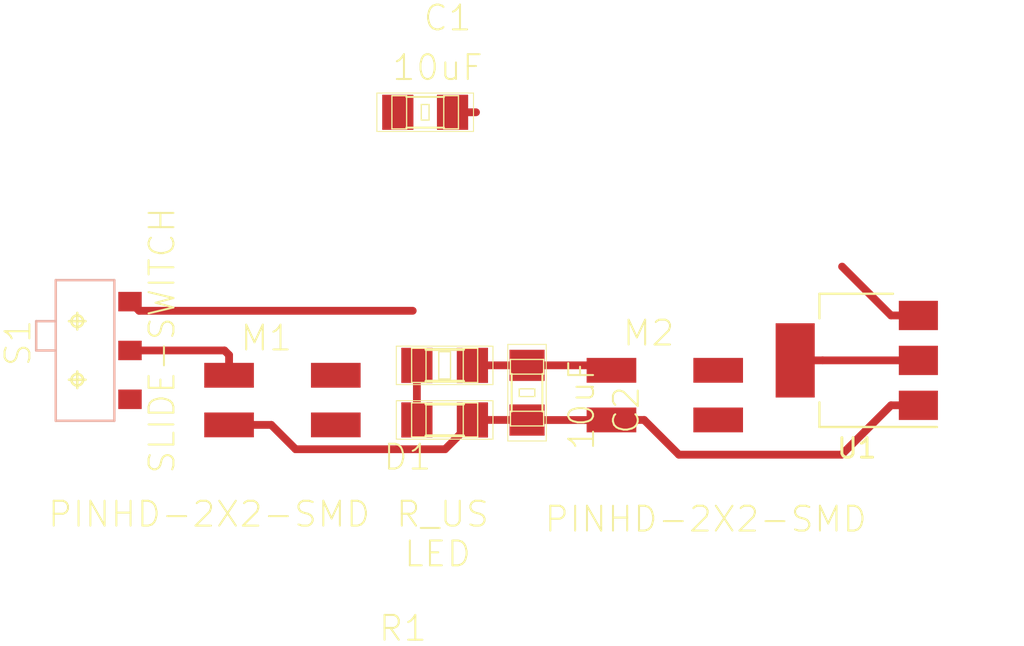
<source format=kicad_pcb>
(kicad_pcb (version 20171130) (host pcbnew 5.0.1-33cea8e~68~ubuntu16.04.1)

  (general
    (thickness 1.6)
    (drawings 0)
    (tracks 33)
    (zones 0)
    (modules 8)
    (nets 12)
  )

  (page A4)
  (layers
    (0 F.Cu signal)
    (31 B.Cu signal)
    (32 B.Adhes user)
    (33 F.Adhes user)
    (34 B.Paste user)
    (35 F.Paste user)
    (36 B.SilkS user)
    (37 F.SilkS user)
    (38 B.Mask user)
    (39 F.Mask user)
    (40 Dwgs.User user)
    (41 Cmts.User user)
    (42 Eco1.User user)
    (43 Eco2.User user)
    (44 Edge.Cuts user)
    (45 Margin user)
    (46 B.CrtYd user)
    (47 F.CrtYd user)
    (48 B.Fab user)
    (49 F.Fab user)
  )

  (setup
    (last_trace_width 0.4)
    (trace_clearance 0.4)
    (zone_clearance 0.508)
    (zone_45_only no)
    (trace_min 0.2)
    (segment_width 0.2)
    (edge_width 0.15)
    (via_size 0.8)
    (via_drill 0.4)
    (via_min_size 0.4)
    (via_min_drill 0.3)
    (uvia_size 0.3)
    (uvia_drill 0.1)
    (uvias_allowed no)
    (uvia_min_size 0.2)
    (uvia_min_drill 0.1)
    (pcb_text_width 0.3)
    (pcb_text_size 1.5 1.5)
    (mod_edge_width 0.15)
    (mod_text_size 1 1)
    (mod_text_width 0.15)
    (pad_size 1.524 1.524)
    (pad_drill 0.762)
    (pad_to_mask_clearance 0.051)
    (solder_mask_min_width 0.25)
    (aux_axis_origin 0 0)
    (visible_elements FFFFFF7F)
    (pcbplotparams
      (layerselection 0x010fc_ffffffff)
      (usegerberextensions false)
      (usegerberattributes false)
      (usegerberadvancedattributes false)
      (creategerberjobfile false)
      (excludeedgelayer true)
      (linewidth 0.100000)
      (plotframeref false)
      (viasonmask false)
      (mode 1)
      (useauxorigin false)
      (hpglpennumber 1)
      (hpglpenspeed 20)
      (hpglpendiameter 15.000000)
      (psnegative false)
      (psa4output false)
      (plotreference true)
      (plotvalue true)
      (plotinvisibletext false)
      (padsonsilk false)
      (subtractmaskfromsilk false)
      (outputformat 1)
      (mirror false)
      (drillshape 1)
      (scaleselection 1)
      (outputdirectory ""))
  )

  (net 0 "")
  (net 1 +5V)
  (net 2 Earth)
  (net 3 "Net-(M2-Pad4)")
  (net 4 "Net-(M2-Pad2)")
  (net 5 "Net-(M1-Pad2)")
  (net 6 "Net-(M1-Pad4)")
  (net 7 /REGULATED)
  (net 8 "Net-(D1-Pad2)")
  (net 9 "Net-(S1-Pad3)")
  (net 10 "Net-(C1-Pad1)")
  (net 11 "Net-(S1-Pad2)")

  (net_class Default "This is the default net class."
    (clearance 0.4)
    (trace_width 0.4)
    (via_dia 0.8)
    (via_drill 0.4)
    (uvia_dia 0.3)
    (uvia_drill 0.1)
    (diff_pair_gap 0.25)
    (diff_pair_width 0.4)
    (add_net +5V)
    (add_net /REGULATED)
    (add_net Earth)
    (add_net "Net-(C1-Pad1)")
    (add_net "Net-(D1-Pad2)")
    (add_net "Net-(M1-Pad2)")
    (add_net "Net-(M1-Pad4)")
    (add_net "Net-(M2-Pad2)")
    (add_net "Net-(M2-Pad4)")
    (add_net "Net-(S1-Pad2)")
    (add_net "Net-(S1-Pad3)")
  )

  (module fab:fab-2X02SMD (layer F.Cu) (tedit 200000) (tstamp 5C197BB9)
    (at 210.82 155.194)
    (path /5C0D505B)
    (attr smd)
    (fp_text reference M1 (at -0.635 -3.175) (layer F.SilkS)
      (effects (font (size 1.27 1.27) (thickness 0.1016)))
    )
    (fp_text value PINHD-2X2-SMD (at -3.556 5.842) (layer F.SilkS)
      (effects (font (size 1.27 1.27) (thickness 0.1016)))
    )
    (pad 1 smd rect (at -2.54 -1.27) (size 2.54 1.27) (layers F.Cu F.Paste F.Mask)
      (net 1 +5V))
    (pad 2 smd rect (at 2.91846 -1.27) (size 2.54 1.27) (layers F.Cu F.Paste F.Mask)
      (net 5 "Net-(M1-Pad2)"))
    (pad 3 smd rect (at -2.54 1.27) (size 2.54 1.27) (layers F.Cu F.Paste F.Mask)
      (net 2 Earth))
    (pad 4 smd rect (at 2.91846 1.27) (size 2.54 1.27) (layers F.Cu F.Paste F.Mask)
      (net 6 "Net-(M1-Pad4)"))
  )

  (module fab:fab-2X02SMD (layer F.Cu) (tedit 5C1744C3) (tstamp 5C197BC1)
    (at 230.378 154.94)
    (path /5C0D50D3)
    (attr smd)
    (fp_text reference M2 (at -0.635 -3.175) (layer F.SilkS)
      (effects (font (size 1.27 1.27) (thickness 0.1016)))
    )
    (fp_text value PINHD-2X2-SMD (at 2.286 6.35) (layer F.SilkS)
      (effects (font (size 1.27 1.27) (thickness 0.1016)))
    )
    (pad 4 smd rect (at 2.91846 1.27) (size 2.54 1.27) (layers F.Cu F.Paste F.Mask)
      (net 3 "Net-(M2-Pad4)"))
    (pad 3 smd rect (at -2.54 1.27) (size 2.54 1.27) (layers F.Cu F.Paste F.Mask)
      (net 2 Earth))
    (pad 2 smd rect (at 2.91846 -1.27) (size 2.54 1.27) (layers F.Cu F.Paste F.Mask)
      (net 4 "Net-(M2-Pad2)"))
    (pad 1 smd rect (at -2.54 -1.27) (size 2.54 1.27) (layers F.Cu F.Paste F.Mask)
      (net 7 /REGULATED))
  )

  (module fab:fab-LED1206 (layer F.Cu) (tedit 200000) (tstamp 5C1AF18D)
    (at 219.30614 156.21 180)
    (descr "LED 1206 PADS (STANDARD PATTERN)")
    (tags "LED 1206 PADS (STANDARD PATTERN)")
    (path /5C0EAB04)
    (attr smd)
    (fp_text reference D1 (at 1.905 -1.905 180) (layer F.SilkS)
      (effects (font (size 1.27 1.27) (thickness 0.1016)))
    )
    (fp_text value LED (at 0.35814 -6.858 180) (layer F.SilkS)
      (effects (font (size 1.27 1.27) (thickness 0.1016)))
    )
    (fp_line (start -1.6891 0.8763) (end -0.9525 0.8763) (layer F.SilkS) (width 0.06604))
    (fp_line (start -0.9525 0.8763) (end -0.9525 -0.8763) (layer F.SilkS) (width 0.06604))
    (fp_line (start -1.6891 -0.8763) (end -0.9525 -0.8763) (layer F.SilkS) (width 0.06604))
    (fp_line (start -1.6891 0.8763) (end -1.6891 -0.8763) (layer F.SilkS) (width 0.06604))
    (fp_line (start 0.9525 0.8763) (end 1.6891 0.8763) (layer F.SilkS) (width 0.06604))
    (fp_line (start 1.6891 0.8763) (end 1.6891 -0.8763) (layer F.SilkS) (width 0.06604))
    (fp_line (start 0.9525 -0.8763) (end 1.6891 -0.8763) (layer F.SilkS) (width 0.06604))
    (fp_line (start 0.9525 0.8763) (end 0.9525 -0.8763) (layer F.SilkS) (width 0.06604))
    (fp_line (start 0.9525 0.8128) (end -0.9652 0.8128) (layer F.SilkS) (width 0.1524))
    (fp_line (start 0.9525 -0.8128) (end -0.9652 -0.8128) (layer F.SilkS) (width 0.1524))
    (fp_line (start -2.47142 -0.98298) (end 2.47142 -0.98298) (layer F.SilkS) (width 0.0508))
    (fp_line (start 2.47142 -0.98298) (end 2.47142 0.98298) (layer F.SilkS) (width 0.0508))
    (fp_line (start 2.47142 0.98298) (end -2.47142 0.98298) (layer F.SilkS) (width 0.0508))
    (fp_line (start -2.47142 0.98298) (end -2.47142 -0.98298) (layer F.SilkS) (width 0.0508))
    (pad 1 smd rect (at -1.41986 0 180) (size 1.59766 1.80086) (layers F.Cu F.Paste F.Mask)
      (net 2 Earth))
    (pad 2 smd rect (at 1.41986 0 180) (size 1.59766 1.80086) (layers F.Cu F.Paste F.Mask)
      (net 8 "Net-(D1-Pad2)"))
  )

  (module fab:fab-R1206 (layer F.Cu) (tedit 200000) (tstamp 5C1AF1A5)
    (at 219.30614 153.416 180)
    (descr RESISTOR)
    (tags RESISTOR)
    (path /5C0EAC2F)
    (attr smd)
    (fp_text reference R1 (at 2.13614 -13.462 180) (layer F.SilkS)
      (effects (font (size 1.27 1.27) (thickness 0.1016)))
    )
    (fp_text value R_US (at 0.10414 -7.62 180) (layer F.SilkS)
      (effects (font (size 1.27 1.27) (thickness 0.1016)))
    )
    (fp_line (start -1.6891 0.8763) (end -0.9525 0.8763) (layer F.SilkS) (width 0.06604))
    (fp_line (start -0.9525 0.8763) (end -0.9525 -0.8763) (layer F.SilkS) (width 0.06604))
    (fp_line (start -1.6891 -0.8763) (end -0.9525 -0.8763) (layer F.SilkS) (width 0.06604))
    (fp_line (start -1.6891 0.8763) (end -1.6891 -0.8763) (layer F.SilkS) (width 0.06604))
    (fp_line (start 0.9525 0.8763) (end 1.6891 0.8763) (layer F.SilkS) (width 0.06604))
    (fp_line (start 1.6891 0.8763) (end 1.6891 -0.8763) (layer F.SilkS) (width 0.06604))
    (fp_line (start 0.9525 -0.8763) (end 1.6891 -0.8763) (layer F.SilkS) (width 0.06604))
    (fp_line (start 0.9525 0.8763) (end 0.9525 -0.8763) (layer F.SilkS) (width 0.06604))
    (fp_line (start -0.29972 0.6985) (end 0.29972 0.6985) (layer F.SilkS) (width 0.06604))
    (fp_line (start 0.29972 0.6985) (end 0.29972 -0.6985) (layer F.SilkS) (width 0.06604))
    (fp_line (start -0.29972 -0.6985) (end 0.29972 -0.6985) (layer F.SilkS) (width 0.06604))
    (fp_line (start -0.29972 0.6985) (end -0.29972 -0.6985) (layer F.SilkS) (width 0.06604))
    (fp_line (start 0.9525 0.8128) (end -0.9652 0.8128) (layer F.SilkS) (width 0.1524))
    (fp_line (start 0.9525 -0.8128) (end -0.9652 -0.8128) (layer F.SilkS) (width 0.1524))
    (fp_line (start -2.47142 -0.98298) (end 2.47142 -0.98298) (layer F.SilkS) (width 0.0508))
    (fp_line (start 2.47142 -0.98298) (end 2.47142 0.98298) (layer F.SilkS) (width 0.0508))
    (fp_line (start 2.47142 0.98298) (end -2.47142 0.98298) (layer F.SilkS) (width 0.0508))
    (fp_line (start -2.47142 0.98298) (end -2.47142 -0.98298) (layer F.SilkS) (width 0.0508))
    (pad 1 smd rect (at -1.41986 0 180) (size 1.59766 1.80086) (layers F.Cu F.Paste F.Mask)
      (net 7 /REGULATED))
    (pad 2 smd rect (at 1.41986 0 180) (size 1.59766 1.80086) (layers F.Cu F.Paste F.Mask)
      (net 8 "Net-(D1-Pad2)"))
  )

  (module fab:fab-AYZ0102AGRLC (layer F.Cu) (tedit 5C17221C) (tstamp 5C1AF1BB)
    (at 200.914 152.654 90)
    (path /5C0EA66B)
    (attr smd)
    (fp_text reference S1 (at 0.381 -3.429 90) (layer F.SilkS)
      (effects (font (size 1.27 1.27) (thickness 0.1016)))
    )
    (fp_text value SLIDE-SWITCH (at 0.508 3.937 90) (layer F.SilkS)
      (effects (font (size 1.27 1.27) (thickness 0.1016)))
    )
    (fp_line (start -3.59918 1.4986) (end 3.59918 1.4986) (layer B.SilkS) (width 0.127))
    (fp_line (start 3.59918 1.4986) (end 3.59918 -1.4986) (layer B.SilkS) (width 0.127))
    (fp_line (start 3.59918 -1.4986) (end 1.4986 -1.4986) (layer B.SilkS) (width 0.127))
    (fp_line (start 1.4986 -1.4986) (end -1.4986 -1.4986) (layer B.SilkS) (width 0.127))
    (fp_line (start -1.4986 -1.4986) (end -3.59918 -1.4986) (layer B.SilkS) (width 0.127))
    (fp_line (start -3.59918 -1.4986) (end -3.59918 1.4986) (layer B.SilkS) (width 0.127))
    (fp_line (start 0 -1.59766) (end 0 -2.49936) (layer B.SilkS) (width 0.127))
    (fp_line (start 0 -2.49936) (end 1.4986 -2.49936) (layer B.SilkS) (width 0.127))
    (fp_line (start 1.4986 -2.49936) (end 1.4986 -1.4986) (layer B.SilkS) (width 0.127))
    (fp_circle (center -1.4986 -0.39878) (end -1.70942 -0.6096) (layer F.SilkS) (width 0.127))
    (fp_line (start -1.92278 -0.39878) (end -1.07442 -0.39878) (layer F.SilkS) (width 0.127))
    (fp_line (start -1.4986 0.02286) (end -1.4986 -0.82296) (layer F.SilkS) (width 0.127))
    (fp_circle (center 1.4986 -0.39878) (end 1.70942 -0.6096) (layer F.SilkS) (width 0.127))
    (fp_line (start 1.07442 -0.39878) (end 1.92278 -0.39878) (layer F.SilkS) (width 0.127))
    (fp_line (start 1.4986 0.02286) (end 1.4986 -0.82296) (layer F.SilkS) (width 0.127))
    (pad 1 smd rect (at 2.49936 2.2987 90) (size 0.99822 1.19888) (layers F.Cu F.Paste F.Mask)
      (net 10 "Net-(C1-Pad1)"))
    (pad 2 smd rect (at 0 2.2987 90) (size 0.99822 1.19888) (layers F.Cu F.Paste F.Mask)
      (net 11 "Net-(S1-Pad2)"))
    (pad 3 smd rect (at -2.49936 2.2987 90) (size 0.99822 1.19888) (layers F.Cu F.Paste F.Mask)
      (net 9 "Net-(S1-Pad3)"))
  )

  (module fab:fab-C1206 (layer F.Cu) (tedit 200000) (tstamp 5C23B5B0)
    (at 218.31046 140.462)
    (descr CAPACITOR)
    (tags CAPACITOR)
    (path /5C172104)
    (attr smd)
    (fp_text reference C1 (at 1.14554 -4.826) (layer F.SilkS)
      (effects (font (size 1.27 1.27) (thickness 0.1016)))
    )
    (fp_text value 10uF (at 0.63754 -2.286) (layer F.SilkS)
      (effects (font (size 1.27 1.27) (thickness 0.1016)))
    )
    (fp_line (start -1.7018 0.8509) (end -0.94996 0.8509) (layer F.SilkS) (width 0.06604))
    (fp_line (start -0.94996 0.8509) (end -0.94996 -0.84836) (layer F.SilkS) (width 0.06604))
    (fp_line (start -1.7018 -0.84836) (end -0.94996 -0.84836) (layer F.SilkS) (width 0.06604))
    (fp_line (start -1.7018 0.8509) (end -1.7018 -0.84836) (layer F.SilkS) (width 0.06604))
    (fp_line (start 0.94996 0.84836) (end 1.7018 0.84836) (layer F.SilkS) (width 0.06604))
    (fp_line (start 1.7018 0.84836) (end 1.7018 -0.8509) (layer F.SilkS) (width 0.06604))
    (fp_line (start 0.94996 -0.8509) (end 1.7018 -0.8509) (layer F.SilkS) (width 0.06604))
    (fp_line (start 0.94996 0.84836) (end 0.94996 -0.8509) (layer F.SilkS) (width 0.06604))
    (fp_line (start -0.19812 0.39878) (end 0.19812 0.39878) (layer F.SilkS) (width 0.06604))
    (fp_line (start 0.19812 0.39878) (end 0.19812 -0.39878) (layer F.SilkS) (width 0.06604))
    (fp_line (start -0.19812 -0.39878) (end 0.19812 -0.39878) (layer F.SilkS) (width 0.06604))
    (fp_line (start -0.19812 0.39878) (end -0.19812 -0.39878) (layer F.SilkS) (width 0.06604))
    (fp_line (start -2.47142 -0.98298) (end 2.47142 -0.98298) (layer F.SilkS) (width 0.0508))
    (fp_line (start 2.47142 0.98298) (end -2.47142 0.98298) (layer F.SilkS) (width 0.0508))
    (fp_line (start -2.47142 0.98298) (end -2.47142 -0.98298) (layer F.SilkS) (width 0.0508))
    (fp_line (start 2.47142 -0.98298) (end 2.47142 0.98298) (layer F.SilkS) (width 0.0508))
    (fp_line (start -0.96266 -0.78486) (end 0.96266 -0.78486) (layer F.SilkS) (width 0.1016))
    (fp_line (start -0.96266 0.78486) (end 0.96266 0.78486) (layer F.SilkS) (width 0.1016))
    (pad 1 smd rect (at -1.39954 0) (size 1.59766 1.79832) (layers F.Cu F.Paste F.Mask)
      (net 10 "Net-(C1-Pad1)"))
    (pad 2 smd rect (at 1.39954 0) (size 1.59766 1.79832) (layers F.Cu F.Paste F.Mask)
      (net 2 Earth))
  )

  (module fab:fab-C1206 (layer F.Cu) (tedit 200000) (tstamp 5C23B5C8)
    (at 223.52 154.81554 270)
    (descr CAPACITOR)
    (tags CAPACITOR)
    (path /5C172915)
    (attr smd)
    (fp_text reference C2 (at 0.89154 -5.08 270) (layer F.SilkS)
      (effects (font (size 1.27 1.27) (thickness 0.1016)))
    )
    (fp_text value 10uF (at 0.63754 -2.794 270) (layer F.SilkS)
      (effects (font (size 1.27 1.27) (thickness 0.1016)))
    )
    (fp_line (start -0.96266 0.78486) (end 0.96266 0.78486) (layer F.SilkS) (width 0.1016))
    (fp_line (start -0.96266 -0.78486) (end 0.96266 -0.78486) (layer F.SilkS) (width 0.1016))
    (fp_line (start 2.47142 -0.98298) (end 2.47142 0.98298) (layer F.SilkS) (width 0.0508))
    (fp_line (start -2.47142 0.98298) (end -2.47142 -0.98298) (layer F.SilkS) (width 0.0508))
    (fp_line (start 2.47142 0.98298) (end -2.47142 0.98298) (layer F.SilkS) (width 0.0508))
    (fp_line (start -2.47142 -0.98298) (end 2.47142 -0.98298) (layer F.SilkS) (width 0.0508))
    (fp_line (start -0.19812 0.39878) (end -0.19812 -0.39878) (layer F.SilkS) (width 0.06604))
    (fp_line (start -0.19812 -0.39878) (end 0.19812 -0.39878) (layer F.SilkS) (width 0.06604))
    (fp_line (start 0.19812 0.39878) (end 0.19812 -0.39878) (layer F.SilkS) (width 0.06604))
    (fp_line (start -0.19812 0.39878) (end 0.19812 0.39878) (layer F.SilkS) (width 0.06604))
    (fp_line (start 0.94996 0.84836) (end 0.94996 -0.8509) (layer F.SilkS) (width 0.06604))
    (fp_line (start 0.94996 -0.8509) (end 1.7018 -0.8509) (layer F.SilkS) (width 0.06604))
    (fp_line (start 1.7018 0.84836) (end 1.7018 -0.8509) (layer F.SilkS) (width 0.06604))
    (fp_line (start 0.94996 0.84836) (end 1.7018 0.84836) (layer F.SilkS) (width 0.06604))
    (fp_line (start -1.7018 0.8509) (end -1.7018 -0.84836) (layer F.SilkS) (width 0.06604))
    (fp_line (start -1.7018 -0.84836) (end -0.94996 -0.84836) (layer F.SilkS) (width 0.06604))
    (fp_line (start -0.94996 0.8509) (end -0.94996 -0.84836) (layer F.SilkS) (width 0.06604))
    (fp_line (start -1.7018 0.8509) (end -0.94996 0.8509) (layer F.SilkS) (width 0.06604))
    (pad 2 smd rect (at 1.39954 0 270) (size 1.59766 1.79832) (layers F.Cu F.Paste F.Mask)
      (net 2 Earth))
    (pad 1 smd rect (at -1.39954 0 270) (size 1.59766 1.79832) (layers F.Cu F.Paste F.Mask)
      (net 7 /REGULATED))
  )

  (module Package_TO_SOT_SMD:SOT-223-3_TabPin2 (layer F.Cu) (tedit 5A02FF57) (tstamp 5C23B5DE)
    (at 240.386 153.162 180)
    (descr "module CMS SOT223 4 pins")
    (tags "CMS SOT")
    (path /5C1723D9)
    (attr smd)
    (fp_text reference U1 (at 0 -4.5 180) (layer F.SilkS)
      (effects (font (size 1 1) (thickness 0.15)))
    )
    (fp_text value NCP1117-5.0_SOT223 (at 0 4.5 180) (layer F.Fab)
      (effects (font (size 1 1) (thickness 0.15)))
    )
    (fp_text user %R (at 0 0 270) (layer F.Fab)
      (effects (font (size 0.8 0.8) (thickness 0.12)))
    )
    (fp_line (start 1.91 3.41) (end 1.91 2.15) (layer F.SilkS) (width 0.12))
    (fp_line (start 1.91 -3.41) (end 1.91 -2.15) (layer F.SilkS) (width 0.12))
    (fp_line (start 4.4 -3.6) (end -4.4 -3.6) (layer F.CrtYd) (width 0.05))
    (fp_line (start 4.4 3.6) (end 4.4 -3.6) (layer F.CrtYd) (width 0.05))
    (fp_line (start -4.4 3.6) (end 4.4 3.6) (layer F.CrtYd) (width 0.05))
    (fp_line (start -4.4 -3.6) (end -4.4 3.6) (layer F.CrtYd) (width 0.05))
    (fp_line (start -1.85 -2.35) (end -0.85 -3.35) (layer F.Fab) (width 0.1))
    (fp_line (start -1.85 -2.35) (end -1.85 3.35) (layer F.Fab) (width 0.1))
    (fp_line (start -1.85 3.41) (end 1.91 3.41) (layer F.SilkS) (width 0.12))
    (fp_line (start -0.85 -3.35) (end 1.85 -3.35) (layer F.Fab) (width 0.1))
    (fp_line (start -4.1 -3.41) (end 1.91 -3.41) (layer F.SilkS) (width 0.12))
    (fp_line (start -1.85 3.35) (end 1.85 3.35) (layer F.Fab) (width 0.1))
    (fp_line (start 1.85 -3.35) (end 1.85 3.35) (layer F.Fab) (width 0.1))
    (pad 2 smd rect (at 3.15 0 180) (size 2 3.8) (layers F.Cu F.Paste F.Mask)
      (net 7 /REGULATED))
    (pad 2 smd rect (at -3.15 0 180) (size 2 1.5) (layers F.Cu F.Paste F.Mask)
      (net 7 /REGULATED))
    (pad 3 smd rect (at -3.15 2.3 180) (size 2 1.5) (layers F.Cu F.Paste F.Mask)
      (net 10 "Net-(C1-Pad1)"))
    (pad 1 smd rect (at -3.15 -2.3 180) (size 2 1.5) (layers F.Cu F.Paste F.Mask)
      (net 2 Earth))
    (model ${KISYS3DMOD}/Package_TO_SOT_SMD.3dshapes/SOT-223.wrl
      (at (xyz 0 0 0))
      (scale (xyz 1 1 1))
      (rotate (xyz 0 0 0))
    )
  )

  (segment (start 203.4667 152.4) (end 203.2127 152.654) (width 0.4) (layer F.Cu) (net 1))
  (segment (start 208.28 152.889) (end 208.28 153.924) (width 0.4) (layer F.Cu) (net 1))
  (segment (start 208.045 152.654) (end 208.28 152.889) (width 0.4) (layer F.Cu) (net 1))
  (segment (start 203.2127 152.654) (end 208.045 152.654) (width 0.4) (layer F.Cu) (net 1))
  (segment (start 220.726 156.3116) (end 220.726 156.21) (width 0.4) (layer F.Cu) (net 2))
  (segment (start 219.327169 157.710431) (end 220.726 156.3116) (width 0.4) (layer F.Cu) (net 2))
  (segment (start 211.685431 157.710431) (end 219.327169 157.710431) (width 0.4) (layer F.Cu) (net 2))
  (segment (start 210.439 156.464) (end 208.28 156.464) (width 0.4) (layer F.Cu) (net 2))
  (segment (start 211.685431 157.710431) (end 210.439 156.464) (width 0.4) (layer F.Cu) (net 2))
  (segment (start 229.508 156.21) (end 227.838 156.21) (width 0.4) (layer F.Cu) (net 2))
  (segment (start 243.536 155.462) (end 242.136 155.462) (width 0.4) (layer F.Cu) (net 2))
  (segment (start 242.136 155.462) (end 239.61 157.988) (width 0.4) (layer F.Cu) (net 2))
  (segment (start 239.61 157.988) (end 231.286 157.988) (width 0.4) (layer F.Cu) (net 2))
  (segment (start 231.286 157.988) (end 229.508 156.21) (width 0.4) (layer F.Cu) (net 2))
  (segment (start 227.838 153.67) (end 228.473 153.67) (width 0.4) (layer F.Cu) (net 7))
  (segment (start 217.88628 156.21) (end 217.88628 153.416) (width 0.4) (layer F.Cu) (net 8))
  (segment (start 203.31303 150.15464) (end 203.2127 150.15464) (width 0.4) (layer F.Cu) (net 10))
  (segment (start 203.68006 150.622) (end 203.2127 150.15464) (width 0.4) (layer F.Cu) (net 10))
  (segment (start 217.67292 150.622) (end 203.68006 150.622) (width 0.4) (layer F.Cu) (net 10))
  (segment (start 239.634839 148.360839) (end 242.136 150.862) (width 0.4) (layer F.Cu) (net 10))
  (segment (start 242.136 150.862) (end 243.536 150.862) (width 0.4) (layer F.Cu) (net 10))
  (segment (start 219.71 140.462) (end 220.90883 140.462) (width 0.4) (layer F.Cu) (net 2))
  (segment (start 223.51492 156.21) (end 223.52 156.21508) (width 0.4) (layer F.Cu) (net 2))
  (segment (start 220.726 156.21) (end 223.51492 156.21) (width 0.4) (layer F.Cu) (net 2))
  (segment (start 227.83292 156.21508) (end 227.838 156.21) (width 0.4) (layer F.Cu) (net 2))
  (segment (start 223.52 156.21508) (end 227.83292 156.21508) (width 0.4) (layer F.Cu) (net 2))
  (segment (start 238.636 153.162) (end 243.536 153.162) (width 0.4) (layer F.Cu) (net 7))
  (segment (start 237.236 153.162) (end 238.636 153.162) (width 0.4) (layer F.Cu) (net 7))
  (segment (start 237.236 153.162) (end 237.236 152.21717) (width 0.4) (layer F.Cu) (net 7))
  (segment (start 236.88167 153.162) (end 237.236 153.162) (width 0.4) (layer F.Cu) (net 7))
  (segment (start 220.726 153.416) (end 223.52 153.416) (width 0.4) (layer F.Cu) (net 7))
  (segment (start 227.584 153.416) (end 227.838 153.67) (width 0.4) (layer F.Cu) (net 7))
  (segment (start 223.52 153.416) (end 227.584 153.416) (width 0.4) (layer F.Cu) (net 7))

)

</source>
